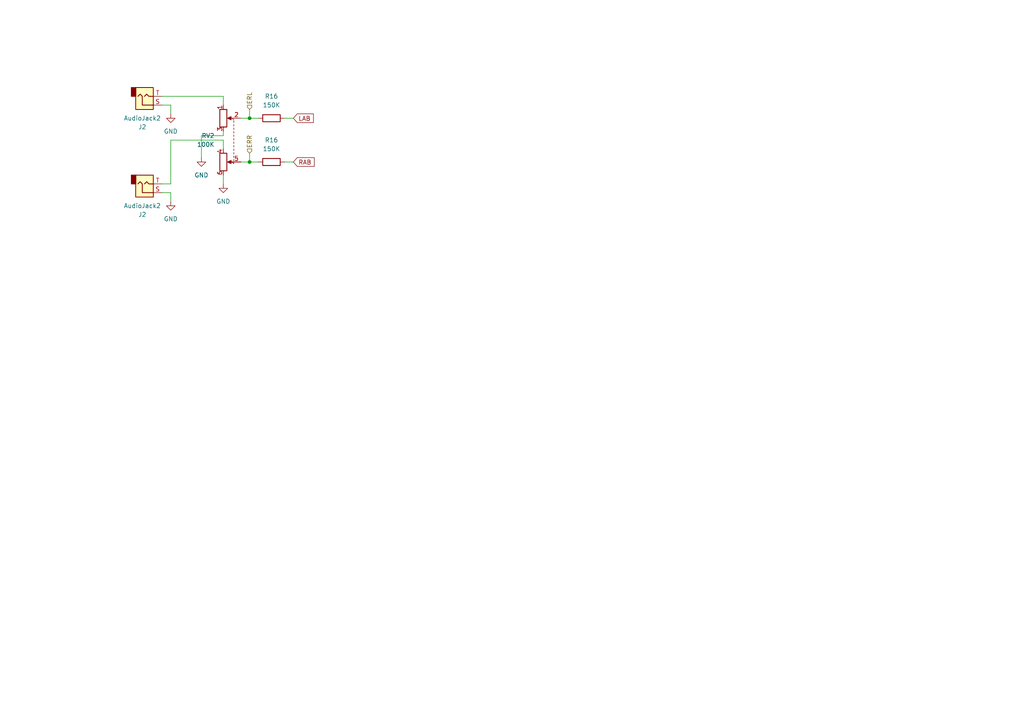
<source format=kicad_sch>
(kicad_sch (version 20230121) (generator eeschema)
  (paper "A4")
  (lib_symbols
    (symbol "Connector-github:AudioJack2"
      (property "Reference" "J" (at 0 8.89 0))
      (property "Value" "AudioJack2" (at 0 6.35 0))
      (symbol "AudioJack2_0_1"
        (rectangle (start -3.81 0) (end -2.54 -2.54) (stroke (width 0.254)) (fill (type outline)))
        (rectangle (start -2.54 3.81) (end 2.54 -2.54) (stroke (width 0.254)) (fill (type background)))
        (polyline (pts (xy 0 0) (xy 0.635 -0.635) (xy 1.27 0) (xy 2.54 0)) (stroke (width 0.254)))
        (polyline (pts (xy 2.54 2.54) (xy -0.635 2.54) (xy -0.635 0) (xy -1.27 -0.635) (xy -1.905 0)) (stroke (width 0.254)))
      )
      (symbol "AudioJack2_1_1"
        (pin passive line (at 5.08 2.54 180) (length 2.54) (name "~") (number "S"))
        (pin passive line (at 5.08 0 180) (length 2.54) (name "~") (number "T"))
      )
    )
    (symbol "Device:R" (pin_numbers hide) (pin_names (offset 0))
      (property "Reference" "R" (at 2.032 0 90))
      (property "Value" "R" (at 0 0 90))
      (symbol "R_0_1"
        (rectangle (start -1.016 -2.54) (end 1.016 2.54) (stroke (width 0.254)))
      )
      (symbol "R_1_1"
        (pin passive line (at 0 3.81 270) (length 1.27) (name "~") (number "1"))
        (pin passive line (at 0 -3.81 90) (length 1.27) (name "~") (number "2"))
      )
    )
    (symbol "Device:R_Potentiometer_Dual" (pin_names (offset 1.016) hide)
      (property "Reference" "RV" (at 0 3.81 0))
      (property "Value" "R_Potentiometer_Dual" (at 0 1.905 0))
      (symbol "R_Potentiometer_Dual_0_1"
        (rectangle (start -8.89 -1.524) (end -3.81 -3.556) (stroke (width 0.254)))
        (polyline (pts (xy -6.35 0) (xy -6.35 -1.016)))
        (polyline (pts (xy -6.35 0) (xy -6.35 -1.016)))
        (polyline (pts (xy -6.35 0) (xy -5.842 0.508)))
        (polyline (pts (xy -5.588 0.508) (xy -5.08 0.508)))
        (polyline (pts (xy -4.572 0.508) (xy -4.064 0.508)))
        (polyline (pts (xy -3.556 0.508) (xy -3.048 0.508)))
        (polyline (pts (xy -2.54 0.508) (xy -2.032 0.508)))
        (polyline (pts (xy -1.524 0.508) (xy -1.016 0.508)))
        (polyline (pts (xy -0.508 0.508) (xy 0 0.508)))
        (polyline (pts (xy 0.508 0.508) (xy 1.016 0.508)))
        (polyline (pts (xy 1.524 0.508) (xy 2.032 0.508)))
        (polyline (pts (xy 2.54 0.508) (xy 3.048 0.508)))
        (polyline (pts (xy 3.556 0.508) (xy 4.064 0.508)))
        (polyline (pts (xy 4.572 0.508) (xy 5.08 0.508)))
        (polyline (pts (xy 5.588 0.508) (xy 6.096 0.508)))
        (polyline (pts (xy 6.35 0) (xy 6.35 -1.016)))
        (polyline (pts (xy 6.35 0) (xy 6.35 -1.016)))
        (polyline (pts (xy 6.604 0.508) (xy 6.858 0.508) (xy 6.35 0)))
        (polyline (pts (xy -6.35 -1.397) (xy -6.858 -0.254) (xy -5.842 -0.254) (xy -6.35 -1.397)) (fill (type outline)))
        (polyline (pts (xy 6.35 -1.397) (xy 5.842 -0.254) (xy 6.858 -0.254) (xy 6.35 -1.397)) (fill (type outline)))
        (rectangle (start 3.81 -1.524) (end 8.89 -3.556) (stroke (width 0.254)))
      )
      (symbol "R_Potentiometer_Dual_1_1"
        (pin passive line (at -10.16 -2.54 0) (length 1.27) (name "1") (number "1"))
        (pin passive line (at -6.35 2.54 270) (length 2.54) (name "2") (number "2"))
        (pin passive line (at -2.54 -2.54 180) (length 1.27) (name "3") (number "3"))
        (pin passive line (at 2.54 -2.54 0) (length 1.27) (name "4") (number "4"))
        (pin passive line (at 6.35 2.54 270) (length 2.54) (name "5") (number "5"))
        (pin passive line (at 10.16 -2.54 180) (length 1.27) (name "6") (number "6"))
      )
    )
    (symbol "power:GND" (power) (pin_names (offset 0))
      (property "Value" "GND" (at 0 -3.81 0))
      (symbol "GND_0_1"
        (polyline (pts (xy 0 0) (xy 0 -1.27) (xy 1.27 -1.27) (xy 0 -2.54) (xy -1.27 -1.27) (xy 0 -1.27)))
      )
      (symbol "GND_1_1"
        (pin power_in line (at 0 0 270) (length 0) hide (name "GND") (number "1"))
      )
    )
  )
  (junction (at 72.39 46.99))
  (junction (at 72.39 34.29))
  (wire (pts (xy 69.85 46.99) (xy 72.39 46.99)))
  (wire (pts (xy 46.99 55.88) (xy 49.53 55.88)))
  (wire (pts (xy 46.99 27.94) (xy 64.77 27.94)))
  (wire (pts (xy 58.42 39.37) (xy 58.42 45.72)))
  (wire (pts (xy 64.77 27.94) (xy 64.77 30.48)))
  (wire (pts (xy 82.55 34.29) (xy 85.09 34.29)))
  (wire (pts (xy 64.77 38.1) (xy 64.77 39.37)))
  (wire (pts (xy 72.39 31.75) (xy 72.39 34.29)))
  (wire (pts (xy 49.53 55.88) (xy 49.53 58.42)))
  (wire (pts (xy 72.39 46.99) (xy 74.93 46.99)))
  (wire (pts (xy 82.55 46.99) (xy 85.09 46.99)))
  (wire (pts (xy 49.53 40.64) (xy 64.77 40.64)))
  (wire (pts (xy 72.39 34.29) (xy 74.93 34.29)))
  (wire (pts (xy 72.39 44.45) (xy 72.39 46.99)))
  (wire (pts (xy 69.85 34.29) (xy 72.39 34.29)))
  (wire (pts (xy 49.53 30.48) (xy 49.53 33.02)))
  (wire (pts (xy 64.77 40.64) (xy 64.77 43.18)))
  (wire (pts (xy 64.77 50.8) (xy 64.77 53.34)))
  (wire (pts (xy 49.53 53.34) (xy 49.53 40.64)))
  (wire (pts (xy 46.99 53.34) (xy 49.53 53.34)))
  (wire (pts (xy 46.99 30.48) (xy 49.53 30.48)))
  (wire (pts (xy 64.77 39.37) (xy 58.42 39.37)))
  (global_label "LAB" (shape input) (at 85.09 34.29 0) (property "Intersheetrefs" "${INTERSHEET_REFS}" (effects hide)))
  (global_label "RAB" (shape input) (at 85.09 46.99 0) (property "Intersheetrefs" "${INTERSHEET_REFS}" (effects hide)))
  (hierarchical_label "ERL" (shape input) (at 72.39 31.75 90))
  (hierarchical_label "ERR" (shape input) (at 72.39 44.45 90))
  (symbol (lib_id "power:GND") (at 49.53 58.42 0) (unit 1)
    (property "Reference" "#PWR030" (effects hide))
    (property "Value" "GND" (at 49.53 63.5 0))
    (instances (project "Mixer" (path "" (reference "#PWR034") (unit 1)) (path "" (reference "#PWR030") (unit 1))))
  )
  (symbol (lib_id "Device:R") (at 78.74 34.29 90) (unit 1)
    (property "Reference" "R6" (at 78.74 27.94 90))
    (property "Value" "150K" (at 78.74 30.48 90))
    (property "Footprint" "Library:R_Axial_DIN0207_L6.3mm_D2.5mm_P7.62mm_Horizontal" (effects hide))
    (instances (project "Mixer" (path "" (reference "R16") (unit 1)) (path "" (reference "R6") (unit 1)) (path "" (reference "R26") (unit 1)) (path "" (reference "R36") (unit 1)) (path "" (reference "R43") (unit 1)) (path "" (reference "R41") (unit 1))))
  )
  (symbol (lib_id "power:GND") (at 58.42 45.72 0) (unit 1)
    (property "Reference" "#PWR032" (effects hide))
    (property "Value" "GND" (at 58.42 50.8 0))
    (instances (project "Mixer" (path "" (reference "#PWR035") (unit 1)) (path "" (reference "#PWR031") (unit 1))))
  )
  (symbol (lib_id "power:GND") (at 64.77 53.34 0) (unit 1)
    (property "Reference" "#PWR031" (effects hide))
    (property "Value" "GND" (at 64.77 58.42 0))
    (instances (project "Mixer" (path "" (reference "#PWR036") (unit 1)) (path "" (reference "#PWR032") (unit 1))))
  )
  (symbol (lib_id "Device:R_Potentiometer_Dual") (at 67.31 40.64 270) (unit 1) (on_board no)
    (property "Reference" "RV1" (at 62.23 39.37 90) (effects (justify right)))
    (property "Value" "100K" (at 62.23 41.91 90) (effects (justify right)))
    (instances (project "Mixer" (path "" (reference "RV2") (unit 1)) (path "" (reference "RV1") (unit 1))))
  )
  (symbol (lib_id "Device:R") (at 78.74 46.99 90) (unit 1)
    (property "Reference" "R6" (at 78.74 40.64 90))
    (property "Value" "150K" (at 78.74 43.18 90))
    (property "Footprint" "Library:R_Axial_DIN0207_L6.3mm_D2.5mm_P7.62mm_Horizontal" (effects hide))
    (instances (project "Mixer" (path "" (reference "R16") (unit 1)) (path "" (reference "R6") (unit 1)) (path "" (reference "R26") (unit 1)) (path "" (reference "R36") (unit 1)) (path "" (reference "R44") (unit 1)) (path "" (reference "R42") (unit 1))))
  )
  (symbol (lib_id "Connector-github:AudioJack2") (at 41.91 53.34 0) (mirror x) (unit 1) (on_board no)
    (property "Reference" "J1" (at 41.275 62.23 0))
    (property "Value" "AudioJack2" (at 41.275 59.69 0))
    (instances (project "Mixer" (path "" (reference "J2") (unit 1)) (path "" (reference "J1") (unit 1)) (path "" (reference "J3") (unit 1)) (path "" (reference "J4") (unit 1)) (path "" (reference "J8") (unit 1)) (path "" (reference "J6") (unit 1))))
  )
  (symbol (lib_id "Connector-github:AudioJack2") (at 41.91 27.94 0) (mirror x) (unit 1) (on_board no)
    (property "Reference" "J1" (at 41.275 36.83 0))
    (property "Value" "AudioJack2" (at 41.275 34.29 0))
    (instances (project "Mixer" (path "" (reference "J2") (unit 1)) (path "" (reference "J1") (unit 1)) (path "" (reference "J3") (unit 1)) (path "" (reference "J4") (unit 1)) (path "" (reference "J7") (unit 1)) (path "" (reference "J5") (unit 1))))
  )
  (symbol (lib_id "power:GND") (at 49.53 33.02 0) (unit 1)
    (property "Reference" "#PWR029" (effects hide))
    (property "Value" "GND" (at 49.53 38.1 0))
    (instances (project "Mixer" (path "" (reference "#PWR033") (unit 1)) (path "" (reference "#PWR029") (unit 1))))
  )
)
</source>
